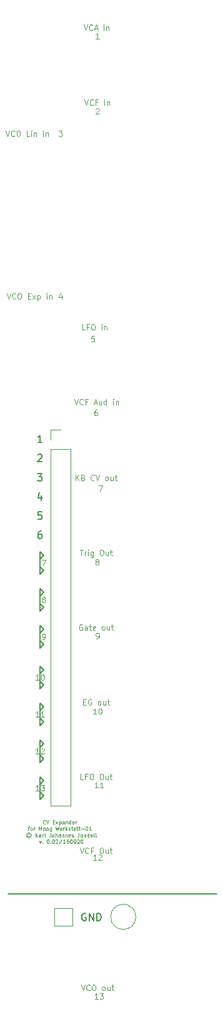
<source format=gbr>
%TF.GenerationSoftware,KiCad,Pcbnew,5.1.5+dfsg1-2build2*%
%TF.CreationDate,2020-09-17T10:38:08+02:00*%
%TF.ProjectId,cv_expander,63765f65-7870-4616-9e64-65722e6b6963,rev?*%
%TF.SameCoordinates,Original*%
%TF.FileFunction,Legend,Top*%
%TF.FilePolarity,Positive*%
%FSLAX46Y46*%
G04 Gerber Fmt 4.6, Leading zero omitted, Abs format (unit mm)*
G04 Created by KiCad (PCBNEW 5.1.5+dfsg1-2build2) date 2020-09-17 10:38:08*
%MOMM*%
%LPD*%
G04 APERTURE LIST*
%ADD10C,0.150000*%
%ADD11C,0.125000*%
%ADD12C,0.120000*%
G04 APERTURE END LIST*
D10*
X128700000Y-144300000D02*
X157000000Y-144300000D01*
D11*
X140857142Y-158539285D02*
X140428571Y-158539285D01*
X140642857Y-158539285D02*
X140642857Y-157789285D01*
X140571428Y-157896428D01*
X140500000Y-157967857D01*
X140428571Y-158003571D01*
X141107142Y-157789285D02*
X141571428Y-157789285D01*
X141321428Y-158075000D01*
X141428571Y-158075000D01*
X141500000Y-158110714D01*
X141535714Y-158146428D01*
X141571428Y-158217857D01*
X141571428Y-158396428D01*
X141535714Y-158467857D01*
X141500000Y-158503571D01*
X141428571Y-158539285D01*
X141214285Y-158539285D01*
X141142857Y-158503571D01*
X141107142Y-158467857D01*
X140657142Y-139739285D02*
X140228571Y-139739285D01*
X140442857Y-139739285D02*
X140442857Y-138989285D01*
X140371428Y-139096428D01*
X140300000Y-139167857D01*
X140228571Y-139203571D01*
X140942857Y-139060714D02*
X140978571Y-139025000D01*
X141050000Y-138989285D01*
X141228571Y-138989285D01*
X141300000Y-139025000D01*
X141335714Y-139060714D01*
X141371428Y-139132142D01*
X141371428Y-139203571D01*
X141335714Y-139310714D01*
X140907142Y-139739285D01*
X141371428Y-139739285D01*
X140857142Y-129939285D02*
X140428571Y-129939285D01*
X140642857Y-129939285D02*
X140642857Y-129189285D01*
X140571428Y-129296428D01*
X140500000Y-129367857D01*
X140428571Y-129403571D01*
X141571428Y-129939285D02*
X141142857Y-129939285D01*
X141357142Y-129939285D02*
X141357142Y-129189285D01*
X141285714Y-129296428D01*
X141214285Y-129367857D01*
X141142857Y-129403571D01*
X140657142Y-119939285D02*
X140228571Y-119939285D01*
X140442857Y-119939285D02*
X140442857Y-119189285D01*
X140371428Y-119296428D01*
X140300000Y-119367857D01*
X140228571Y-119403571D01*
X141121428Y-119189285D02*
X141192857Y-119189285D01*
X141264285Y-119225000D01*
X141300000Y-119260714D01*
X141335714Y-119332142D01*
X141371428Y-119475000D01*
X141371428Y-119653571D01*
X141335714Y-119796428D01*
X141300000Y-119867857D01*
X141264285Y-119903571D01*
X141192857Y-119939285D01*
X141121428Y-119939285D01*
X141050000Y-119903571D01*
X141014285Y-119867857D01*
X140978571Y-119796428D01*
X140942857Y-119653571D01*
X140942857Y-119475000D01*
X140978571Y-119332142D01*
X141014285Y-119260714D01*
X141050000Y-119225000D01*
X141121428Y-119189285D01*
X140657142Y-109739285D02*
X140800000Y-109739285D01*
X140871428Y-109703571D01*
X140907142Y-109667857D01*
X140978571Y-109560714D01*
X141014285Y-109417857D01*
X141014285Y-109132142D01*
X140978571Y-109060714D01*
X140942857Y-109025000D01*
X140871428Y-108989285D01*
X140728571Y-108989285D01*
X140657142Y-109025000D01*
X140621428Y-109060714D01*
X140585714Y-109132142D01*
X140585714Y-109310714D01*
X140621428Y-109382142D01*
X140657142Y-109417857D01*
X140728571Y-109453571D01*
X140871428Y-109453571D01*
X140942857Y-109417857D01*
X140978571Y-109382142D01*
X141014285Y-109310714D01*
X140678571Y-99310714D02*
X140607142Y-99275000D01*
X140571428Y-99239285D01*
X140535714Y-99167857D01*
X140535714Y-99132142D01*
X140571428Y-99060714D01*
X140607142Y-99025000D01*
X140678571Y-98989285D01*
X140821428Y-98989285D01*
X140892857Y-99025000D01*
X140928571Y-99060714D01*
X140964285Y-99132142D01*
X140964285Y-99167857D01*
X140928571Y-99239285D01*
X140892857Y-99275000D01*
X140821428Y-99310714D01*
X140678571Y-99310714D01*
X140607142Y-99346428D01*
X140571428Y-99382142D01*
X140535714Y-99453571D01*
X140535714Y-99596428D01*
X140571428Y-99667857D01*
X140607142Y-99703571D01*
X140678571Y-99739285D01*
X140821428Y-99739285D01*
X140892857Y-99703571D01*
X140928571Y-99667857D01*
X140964285Y-99596428D01*
X140964285Y-99453571D01*
X140928571Y-99382142D01*
X140892857Y-99346428D01*
X140821428Y-99310714D01*
X140950000Y-88989285D02*
X141450000Y-88989285D01*
X141128571Y-89739285D01*
X140742857Y-78789285D02*
X140600000Y-78789285D01*
X140528571Y-78825000D01*
X140492857Y-78860714D01*
X140421428Y-78967857D01*
X140385714Y-79110714D01*
X140385714Y-79396428D01*
X140421428Y-79467857D01*
X140457142Y-79503571D01*
X140528571Y-79539285D01*
X140671428Y-79539285D01*
X140742857Y-79503571D01*
X140778571Y-79467857D01*
X140814285Y-79396428D01*
X140814285Y-79217857D01*
X140778571Y-79146428D01*
X140742857Y-79110714D01*
X140671428Y-79075000D01*
X140528571Y-79075000D01*
X140457142Y-79110714D01*
X140421428Y-79146428D01*
X140385714Y-79217857D01*
X140378571Y-68789285D02*
X140021428Y-68789285D01*
X139985714Y-69146428D01*
X140021428Y-69110714D01*
X140092857Y-69075000D01*
X140271428Y-69075000D01*
X140342857Y-69110714D01*
X140378571Y-69146428D01*
X140414285Y-69217857D01*
X140414285Y-69396428D01*
X140378571Y-69467857D01*
X140342857Y-69503571D01*
X140271428Y-69539285D01*
X140092857Y-69539285D01*
X140021428Y-69503571D01*
X139985714Y-69467857D01*
X135942857Y-63239285D02*
X135942857Y-63739285D01*
X135764285Y-62953571D02*
X135585714Y-63489285D01*
X136050000Y-63489285D01*
X135550000Y-40989285D02*
X136014285Y-40989285D01*
X135764285Y-41275000D01*
X135871428Y-41275000D01*
X135942857Y-41310714D01*
X135978571Y-41346428D01*
X136014285Y-41417857D01*
X136014285Y-41596428D01*
X135978571Y-41667857D01*
X135942857Y-41703571D01*
X135871428Y-41739285D01*
X135657142Y-41739285D01*
X135585714Y-41703571D01*
X135550000Y-41667857D01*
X140585714Y-38060714D02*
X140621428Y-38025000D01*
X140692857Y-37989285D01*
X140871428Y-37989285D01*
X140942857Y-38025000D01*
X140978571Y-38060714D01*
X141014285Y-38132142D01*
X141014285Y-38203571D01*
X140978571Y-38310714D01*
X140550000Y-38739285D01*
X141014285Y-38739285D01*
X141014285Y-28539285D02*
X140585714Y-28539285D01*
X140800000Y-28539285D02*
X140800000Y-27789285D01*
X140728571Y-27896428D01*
X140657142Y-27967857D01*
X140585714Y-28003571D01*
X132857142Y-130339285D02*
X132428571Y-130339285D01*
X132642857Y-130339285D02*
X132642857Y-129589285D01*
X132571428Y-129696428D01*
X132500000Y-129767857D01*
X132428571Y-129803571D01*
X133107142Y-129589285D02*
X133571428Y-129589285D01*
X133321428Y-129875000D01*
X133428571Y-129875000D01*
X133500000Y-129910714D01*
X133535714Y-129946428D01*
X133571428Y-130017857D01*
X133571428Y-130196428D01*
X133535714Y-130267857D01*
X133500000Y-130303571D01*
X133428571Y-130339285D01*
X133214285Y-130339285D01*
X133142857Y-130303571D01*
X133107142Y-130267857D01*
X132857142Y-125339285D02*
X132428571Y-125339285D01*
X132642857Y-125339285D02*
X132642857Y-124589285D01*
X132571428Y-124696428D01*
X132500000Y-124767857D01*
X132428571Y-124803571D01*
X133142857Y-124660714D02*
X133178571Y-124625000D01*
X133250000Y-124589285D01*
X133428571Y-124589285D01*
X133500000Y-124625000D01*
X133535714Y-124660714D01*
X133571428Y-124732142D01*
X133571428Y-124803571D01*
X133535714Y-124910714D01*
X133107142Y-125339285D01*
X133571428Y-125339285D01*
X132857142Y-120339285D02*
X132428571Y-120339285D01*
X132642857Y-120339285D02*
X132642857Y-119589285D01*
X132571428Y-119696428D01*
X132500000Y-119767857D01*
X132428571Y-119803571D01*
X133571428Y-120339285D02*
X133142857Y-120339285D01*
X133357142Y-120339285D02*
X133357142Y-119589285D01*
X133285714Y-119696428D01*
X133214285Y-119767857D01*
X133142857Y-119803571D01*
X132857142Y-115339285D02*
X132428571Y-115339285D01*
X132642857Y-115339285D02*
X132642857Y-114589285D01*
X132571428Y-114696428D01*
X132500000Y-114767857D01*
X132428571Y-114803571D01*
X133321428Y-114589285D02*
X133392857Y-114589285D01*
X133464285Y-114625000D01*
X133500000Y-114660714D01*
X133535714Y-114732142D01*
X133571428Y-114875000D01*
X133571428Y-115053571D01*
X133535714Y-115196428D01*
X133500000Y-115267857D01*
X133464285Y-115303571D01*
X133392857Y-115339285D01*
X133321428Y-115339285D01*
X133250000Y-115303571D01*
X133214285Y-115267857D01*
X133178571Y-115196428D01*
X133142857Y-115053571D01*
X133142857Y-114875000D01*
X133178571Y-114732142D01*
X133214285Y-114660714D01*
X133250000Y-114625000D01*
X133321428Y-114589285D01*
X133357142Y-109839285D02*
X133500000Y-109839285D01*
X133571428Y-109803571D01*
X133607142Y-109767857D01*
X133678571Y-109660714D01*
X133714285Y-109517857D01*
X133714285Y-109232142D01*
X133678571Y-109160714D01*
X133642857Y-109125000D01*
X133571428Y-109089285D01*
X133428571Y-109089285D01*
X133357142Y-109125000D01*
X133321428Y-109160714D01*
X133285714Y-109232142D01*
X133285714Y-109410714D01*
X133321428Y-109482142D01*
X133357142Y-109517857D01*
X133428571Y-109553571D01*
X133571428Y-109553571D01*
X133642857Y-109517857D01*
X133678571Y-109482142D01*
X133714285Y-109410714D01*
X133428571Y-104410714D02*
X133357142Y-104375000D01*
X133321428Y-104339285D01*
X133285714Y-104267857D01*
X133285714Y-104232142D01*
X133321428Y-104160714D01*
X133357142Y-104125000D01*
X133428571Y-104089285D01*
X133571428Y-104089285D01*
X133642857Y-104125000D01*
X133678571Y-104160714D01*
X133714285Y-104232142D01*
X133714285Y-104267857D01*
X133678571Y-104339285D01*
X133642857Y-104375000D01*
X133571428Y-104410714D01*
X133428571Y-104410714D01*
X133357142Y-104446428D01*
X133321428Y-104482142D01*
X133285714Y-104553571D01*
X133285714Y-104696428D01*
X133321428Y-104767857D01*
X133357142Y-104803571D01*
X133428571Y-104839285D01*
X133571428Y-104839285D01*
X133642857Y-104803571D01*
X133678571Y-104767857D01*
X133714285Y-104696428D01*
X133714285Y-104553571D01*
X133678571Y-104482142D01*
X133642857Y-104446428D01*
X133571428Y-104410714D01*
X133250000Y-99089285D02*
X133750000Y-99089285D01*
X133428571Y-99839285D01*
D10*
X133190476Y-95202380D02*
X133000000Y-95202380D01*
X132904761Y-95250000D01*
X132857142Y-95297619D01*
X132761904Y-95440476D01*
X132714285Y-95630952D01*
X132714285Y-96011904D01*
X132761904Y-96107142D01*
X132809523Y-96154761D01*
X132904761Y-96202380D01*
X133095238Y-96202380D01*
X133190476Y-96154761D01*
X133238095Y-96107142D01*
X133285714Y-96011904D01*
X133285714Y-95773809D01*
X133238095Y-95678571D01*
X133190476Y-95630952D01*
X133095238Y-95583333D01*
X132904761Y-95583333D01*
X132809523Y-95630952D01*
X132761904Y-95678571D01*
X132714285Y-95773809D01*
X133238095Y-92602380D02*
X132761904Y-92602380D01*
X132714285Y-93078571D01*
X132761904Y-93030952D01*
X132857142Y-92983333D01*
X133095238Y-92983333D01*
X133190476Y-93030952D01*
X133238095Y-93078571D01*
X133285714Y-93173809D01*
X133285714Y-93411904D01*
X133238095Y-93507142D01*
X133190476Y-93554761D01*
X133095238Y-93602380D01*
X132857142Y-93602380D01*
X132761904Y-93554761D01*
X132714285Y-93507142D01*
X133190476Y-90335714D02*
X133190476Y-91002380D01*
X132952380Y-89954761D02*
X132714285Y-90669047D01*
X133333333Y-90669047D01*
X132666666Y-87402380D02*
X133285714Y-87402380D01*
X132952380Y-87783333D01*
X133095238Y-87783333D01*
X133190476Y-87830952D01*
X133238095Y-87878571D01*
X133285714Y-87973809D01*
X133285714Y-88211904D01*
X133238095Y-88307142D01*
X133190476Y-88354761D01*
X133095238Y-88402380D01*
X132809523Y-88402380D01*
X132714285Y-88354761D01*
X132666666Y-88307142D01*
X132714285Y-84897619D02*
X132761904Y-84850000D01*
X132857142Y-84802380D01*
X133095238Y-84802380D01*
X133190476Y-84850000D01*
X133238095Y-84897619D01*
X133285714Y-84992857D01*
X133285714Y-85088095D01*
X133238095Y-85230952D01*
X132666666Y-85802380D01*
X133285714Y-85802380D01*
X133285714Y-83202380D02*
X132714285Y-83202380D01*
X133000000Y-83202380D02*
X133000000Y-82202380D01*
X132904761Y-82345238D01*
X132809523Y-82440476D01*
X132714285Y-82488095D01*
X133000000Y-99000000D02*
X133500000Y-98500000D01*
X133000000Y-100000000D02*
X133500000Y-100500000D01*
X133000000Y-101000000D02*
X133500000Y-100500000D01*
X133000000Y-101000000D02*
X133000000Y-98000000D01*
X133000000Y-98000000D02*
X133500000Y-98500000D01*
X133000000Y-104000000D02*
X133500000Y-103500000D01*
X133000000Y-105000000D02*
X133500000Y-105500000D01*
X133000000Y-106000000D02*
X133500000Y-105500000D01*
X133000000Y-106000000D02*
X133000000Y-103000000D01*
X133000000Y-103000000D02*
X133500000Y-103500000D01*
X133000000Y-109000000D02*
X133500000Y-108500000D01*
X133000000Y-110000000D02*
X133500000Y-110500000D01*
X133000000Y-111000000D02*
X133500000Y-110500000D01*
X133000000Y-111000000D02*
X133000000Y-108000000D01*
X133000000Y-108000000D02*
X133500000Y-108500000D01*
X133000000Y-114500000D02*
X133500000Y-114000000D01*
X133000000Y-115500000D02*
X133500000Y-116000000D01*
X133000000Y-116500000D02*
X133500000Y-116000000D01*
X133000000Y-116500000D02*
X133000000Y-113500000D01*
X133000000Y-113500000D02*
X133500000Y-114000000D01*
X133000000Y-119500000D02*
X133500000Y-119000000D01*
X133000000Y-120500000D02*
X133500000Y-121000000D01*
X133000000Y-121500000D02*
X133500000Y-121000000D01*
X133000000Y-121500000D02*
X133000000Y-118500000D01*
X133000000Y-118500000D02*
X133500000Y-119000000D01*
X133000000Y-124500000D02*
X133500000Y-124000000D01*
X133000000Y-125500000D02*
X133500000Y-126000000D01*
X133000000Y-126500000D02*
X133500000Y-126000000D01*
X133000000Y-126500000D02*
X133000000Y-123500000D01*
X133000000Y-123500000D02*
X133500000Y-124000000D01*
X133000000Y-130500000D02*
X133500000Y-131000000D01*
X133000000Y-131500000D02*
X133500000Y-131000000D01*
X133000000Y-129500000D02*
X133500000Y-129000000D01*
X133000000Y-128500000D02*
X133500000Y-129000000D01*
X133000000Y-131500000D02*
X133000000Y-128500000D01*
D11*
X133732142Y-134766071D02*
X133708333Y-134789880D01*
X133636904Y-134813690D01*
X133589285Y-134813690D01*
X133517857Y-134789880D01*
X133470238Y-134742261D01*
X133446428Y-134694642D01*
X133422619Y-134599404D01*
X133422619Y-134527976D01*
X133446428Y-134432738D01*
X133470238Y-134385119D01*
X133517857Y-134337500D01*
X133589285Y-134313690D01*
X133636904Y-134313690D01*
X133708333Y-134337500D01*
X133732142Y-134361309D01*
X133875000Y-134313690D02*
X134041666Y-134813690D01*
X134208333Y-134313690D01*
X134755952Y-134551785D02*
X134922619Y-134551785D01*
X134994047Y-134813690D02*
X134755952Y-134813690D01*
X134755952Y-134313690D01*
X134994047Y-134313690D01*
X135160714Y-134813690D02*
X135422619Y-134480357D01*
X135160714Y-134480357D02*
X135422619Y-134813690D01*
X135613095Y-134480357D02*
X135613095Y-134980357D01*
X135613095Y-134504166D02*
X135660714Y-134480357D01*
X135755952Y-134480357D01*
X135803571Y-134504166D01*
X135827380Y-134527976D01*
X135851190Y-134575595D01*
X135851190Y-134718452D01*
X135827380Y-134766071D01*
X135803571Y-134789880D01*
X135755952Y-134813690D01*
X135660714Y-134813690D01*
X135613095Y-134789880D01*
X136279761Y-134813690D02*
X136279761Y-134551785D01*
X136255952Y-134504166D01*
X136208333Y-134480357D01*
X136113095Y-134480357D01*
X136065476Y-134504166D01*
X136279761Y-134789880D02*
X136232142Y-134813690D01*
X136113095Y-134813690D01*
X136065476Y-134789880D01*
X136041666Y-134742261D01*
X136041666Y-134694642D01*
X136065476Y-134647023D01*
X136113095Y-134623214D01*
X136232142Y-134623214D01*
X136279761Y-134599404D01*
X136517857Y-134480357D02*
X136517857Y-134813690D01*
X136517857Y-134527976D02*
X136541666Y-134504166D01*
X136589285Y-134480357D01*
X136660714Y-134480357D01*
X136708333Y-134504166D01*
X136732142Y-134551785D01*
X136732142Y-134813690D01*
X137184523Y-134813690D02*
X137184523Y-134313690D01*
X137184523Y-134789880D02*
X137136904Y-134813690D01*
X137041666Y-134813690D01*
X136994047Y-134789880D01*
X136970238Y-134766071D01*
X136946428Y-134718452D01*
X136946428Y-134575595D01*
X136970238Y-134527976D01*
X136994047Y-134504166D01*
X137041666Y-134480357D01*
X137136904Y-134480357D01*
X137184523Y-134504166D01*
X137613095Y-134789880D02*
X137565476Y-134813690D01*
X137470238Y-134813690D01*
X137422619Y-134789880D01*
X137398809Y-134742261D01*
X137398809Y-134551785D01*
X137422619Y-134504166D01*
X137470238Y-134480357D01*
X137565476Y-134480357D01*
X137613095Y-134504166D01*
X137636904Y-134551785D01*
X137636904Y-134599404D01*
X137398809Y-134647023D01*
X137851190Y-134813690D02*
X137851190Y-134480357D01*
X137851190Y-134575595D02*
X137875000Y-134527976D01*
X137898809Y-134504166D01*
X137946428Y-134480357D01*
X137994047Y-134480357D01*
X131363095Y-135355357D02*
X131553571Y-135355357D01*
X131434523Y-135688690D02*
X131434523Y-135260119D01*
X131458333Y-135212500D01*
X131505952Y-135188690D01*
X131553571Y-135188690D01*
X131791666Y-135688690D02*
X131744047Y-135664880D01*
X131720238Y-135641071D01*
X131696428Y-135593452D01*
X131696428Y-135450595D01*
X131720238Y-135402976D01*
X131744047Y-135379166D01*
X131791666Y-135355357D01*
X131863095Y-135355357D01*
X131910714Y-135379166D01*
X131934523Y-135402976D01*
X131958333Y-135450595D01*
X131958333Y-135593452D01*
X131934523Y-135641071D01*
X131910714Y-135664880D01*
X131863095Y-135688690D01*
X131791666Y-135688690D01*
X132172619Y-135688690D02*
X132172619Y-135355357D01*
X132172619Y-135450595D02*
X132196428Y-135402976D01*
X132220238Y-135379166D01*
X132267857Y-135355357D01*
X132315476Y-135355357D01*
X132863095Y-135688690D02*
X132863095Y-135188690D01*
X133029761Y-135545833D01*
X133196428Y-135188690D01*
X133196428Y-135688690D01*
X133505952Y-135688690D02*
X133458333Y-135664880D01*
X133434523Y-135641071D01*
X133410714Y-135593452D01*
X133410714Y-135450595D01*
X133434523Y-135402976D01*
X133458333Y-135379166D01*
X133505952Y-135355357D01*
X133577380Y-135355357D01*
X133625000Y-135379166D01*
X133648809Y-135402976D01*
X133672619Y-135450595D01*
X133672619Y-135593452D01*
X133648809Y-135641071D01*
X133625000Y-135664880D01*
X133577380Y-135688690D01*
X133505952Y-135688690D01*
X133958333Y-135688690D02*
X133910714Y-135664880D01*
X133886904Y-135641071D01*
X133863095Y-135593452D01*
X133863095Y-135450595D01*
X133886904Y-135402976D01*
X133910714Y-135379166D01*
X133958333Y-135355357D01*
X134029761Y-135355357D01*
X134077380Y-135379166D01*
X134101190Y-135402976D01*
X134125000Y-135450595D01*
X134125000Y-135593452D01*
X134101190Y-135641071D01*
X134077380Y-135664880D01*
X134029761Y-135688690D01*
X133958333Y-135688690D01*
X134553571Y-135355357D02*
X134553571Y-135760119D01*
X134529761Y-135807738D01*
X134505952Y-135831547D01*
X134458333Y-135855357D01*
X134386904Y-135855357D01*
X134339285Y-135831547D01*
X134553571Y-135664880D02*
X134505952Y-135688690D01*
X134410714Y-135688690D01*
X134363095Y-135664880D01*
X134339285Y-135641071D01*
X134315476Y-135593452D01*
X134315476Y-135450595D01*
X134339285Y-135402976D01*
X134363095Y-135379166D01*
X134410714Y-135355357D01*
X134505952Y-135355357D01*
X134553571Y-135379166D01*
X135125000Y-135188690D02*
X135244047Y-135688690D01*
X135339285Y-135331547D01*
X135434523Y-135688690D01*
X135553571Y-135188690D01*
X135934523Y-135664880D02*
X135886904Y-135688690D01*
X135791666Y-135688690D01*
X135744047Y-135664880D01*
X135720238Y-135617261D01*
X135720238Y-135426785D01*
X135744047Y-135379166D01*
X135791666Y-135355357D01*
X135886904Y-135355357D01*
X135934523Y-135379166D01*
X135958333Y-135426785D01*
X135958333Y-135474404D01*
X135720238Y-135522023D01*
X136172619Y-135688690D02*
X136172619Y-135355357D01*
X136172619Y-135450595D02*
X136196428Y-135402976D01*
X136220238Y-135379166D01*
X136267857Y-135355357D01*
X136315476Y-135355357D01*
X136482142Y-135688690D02*
X136482142Y-135188690D01*
X136529761Y-135498214D02*
X136672619Y-135688690D01*
X136672619Y-135355357D02*
X136482142Y-135545833D01*
X136863095Y-135664880D02*
X136910714Y-135688690D01*
X137005952Y-135688690D01*
X137053571Y-135664880D01*
X137077380Y-135617261D01*
X137077380Y-135593452D01*
X137053571Y-135545833D01*
X137005952Y-135522023D01*
X136934523Y-135522023D01*
X136886904Y-135498214D01*
X136863095Y-135450595D01*
X136863095Y-135426785D01*
X136886904Y-135379166D01*
X136934523Y-135355357D01*
X137005952Y-135355357D01*
X137053571Y-135379166D01*
X137220238Y-135355357D02*
X137410714Y-135355357D01*
X137291666Y-135188690D02*
X137291666Y-135617261D01*
X137315476Y-135664880D01*
X137363095Y-135688690D01*
X137410714Y-135688690D01*
X137791666Y-135688690D02*
X137791666Y-135426785D01*
X137767857Y-135379166D01*
X137720238Y-135355357D01*
X137625000Y-135355357D01*
X137577380Y-135379166D01*
X137791666Y-135664880D02*
X137744047Y-135688690D01*
X137625000Y-135688690D01*
X137577380Y-135664880D01*
X137553571Y-135617261D01*
X137553571Y-135569642D01*
X137577380Y-135522023D01*
X137625000Y-135498214D01*
X137744047Y-135498214D01*
X137791666Y-135474404D01*
X137958333Y-135355357D02*
X138148809Y-135355357D01*
X138029761Y-135188690D02*
X138029761Y-135617261D01*
X138053571Y-135664880D01*
X138101190Y-135688690D01*
X138148809Y-135688690D01*
X138244047Y-135355357D02*
X138434523Y-135355357D01*
X138315476Y-135188690D02*
X138315476Y-135617261D01*
X138339285Y-135664880D01*
X138386904Y-135688690D01*
X138434523Y-135688690D01*
X138601190Y-135498214D02*
X138982142Y-135498214D01*
X139315476Y-135188690D02*
X139363095Y-135188690D01*
X139410714Y-135212500D01*
X139434523Y-135236309D01*
X139458333Y-135283928D01*
X139482142Y-135379166D01*
X139482142Y-135498214D01*
X139458333Y-135593452D01*
X139434523Y-135641071D01*
X139410714Y-135664880D01*
X139363095Y-135688690D01*
X139315476Y-135688690D01*
X139267857Y-135664880D01*
X139244047Y-135641071D01*
X139220238Y-135593452D01*
X139196428Y-135498214D01*
X139196428Y-135379166D01*
X139220238Y-135283928D01*
X139244047Y-135236309D01*
X139267857Y-135212500D01*
X139315476Y-135188690D01*
X139958333Y-135688690D02*
X139672619Y-135688690D01*
X139815476Y-135688690D02*
X139815476Y-135188690D01*
X139767857Y-135260119D01*
X139720238Y-135307738D01*
X139672619Y-135331547D01*
X131553571Y-136182738D02*
X131505952Y-136158928D01*
X131410714Y-136158928D01*
X131363095Y-136182738D01*
X131315476Y-136230357D01*
X131291666Y-136277976D01*
X131291666Y-136373214D01*
X131315476Y-136420833D01*
X131363095Y-136468452D01*
X131410714Y-136492261D01*
X131505952Y-136492261D01*
X131553571Y-136468452D01*
X131458333Y-135992261D02*
X131339285Y-136016071D01*
X131220238Y-136087500D01*
X131148809Y-136206547D01*
X131125000Y-136325595D01*
X131148809Y-136444642D01*
X131220238Y-136563690D01*
X131339285Y-136635119D01*
X131458333Y-136658928D01*
X131577380Y-136635119D01*
X131696428Y-136563690D01*
X131767857Y-136444642D01*
X131791666Y-136325595D01*
X131767857Y-136206547D01*
X131696428Y-136087500D01*
X131577380Y-136016071D01*
X131458333Y-135992261D01*
X132386904Y-136563690D02*
X132386904Y-136063690D01*
X132672619Y-136563690D02*
X132458333Y-136277976D01*
X132672619Y-136063690D02*
X132386904Y-136349404D01*
X133101190Y-136563690D02*
X133101190Y-136301785D01*
X133077380Y-136254166D01*
X133029761Y-136230357D01*
X132934523Y-136230357D01*
X132886904Y-136254166D01*
X133101190Y-136539880D02*
X133053571Y-136563690D01*
X132934523Y-136563690D01*
X132886904Y-136539880D01*
X132863095Y-136492261D01*
X132863095Y-136444642D01*
X132886904Y-136397023D01*
X132934523Y-136373214D01*
X133053571Y-136373214D01*
X133101190Y-136349404D01*
X133339285Y-136563690D02*
X133339285Y-136230357D01*
X133339285Y-136325595D02*
X133363095Y-136277976D01*
X133386904Y-136254166D01*
X133434523Y-136230357D01*
X133482142Y-136230357D01*
X133720238Y-136563690D02*
X133672619Y-136539880D01*
X133648809Y-136492261D01*
X133648809Y-136063690D01*
X134434523Y-136063690D02*
X134434523Y-136420833D01*
X134410714Y-136492261D01*
X134363095Y-136539880D01*
X134291666Y-136563690D01*
X134244047Y-136563690D01*
X134744047Y-136563690D02*
X134696428Y-136539880D01*
X134672619Y-136516071D01*
X134648809Y-136468452D01*
X134648809Y-136325595D01*
X134672619Y-136277976D01*
X134696428Y-136254166D01*
X134744047Y-136230357D01*
X134815476Y-136230357D01*
X134863095Y-136254166D01*
X134886904Y-136277976D01*
X134910714Y-136325595D01*
X134910714Y-136468452D01*
X134886904Y-136516071D01*
X134863095Y-136539880D01*
X134815476Y-136563690D01*
X134744047Y-136563690D01*
X135125000Y-136563690D02*
X135125000Y-136063690D01*
X135339285Y-136563690D02*
X135339285Y-136301785D01*
X135315476Y-136254166D01*
X135267857Y-136230357D01*
X135196428Y-136230357D01*
X135148809Y-136254166D01*
X135125000Y-136277976D01*
X135791666Y-136563690D02*
X135791666Y-136301785D01*
X135767857Y-136254166D01*
X135720238Y-136230357D01*
X135625000Y-136230357D01*
X135577380Y-136254166D01*
X135791666Y-136539880D02*
X135744047Y-136563690D01*
X135625000Y-136563690D01*
X135577380Y-136539880D01*
X135553571Y-136492261D01*
X135553571Y-136444642D01*
X135577380Y-136397023D01*
X135625000Y-136373214D01*
X135744047Y-136373214D01*
X135791666Y-136349404D01*
X136029761Y-136230357D02*
X136029761Y-136563690D01*
X136029761Y-136277976D02*
X136053571Y-136254166D01*
X136101190Y-136230357D01*
X136172619Y-136230357D01*
X136220238Y-136254166D01*
X136244047Y-136301785D01*
X136244047Y-136563690D01*
X136482142Y-136230357D02*
X136482142Y-136563690D01*
X136482142Y-136277976D02*
X136505952Y-136254166D01*
X136553571Y-136230357D01*
X136625000Y-136230357D01*
X136672619Y-136254166D01*
X136696428Y-136301785D01*
X136696428Y-136563690D01*
X137125000Y-136539880D02*
X137077380Y-136563690D01*
X136982142Y-136563690D01*
X136934523Y-136539880D01*
X136910714Y-136492261D01*
X136910714Y-136301785D01*
X136934523Y-136254166D01*
X136982142Y-136230357D01*
X137077380Y-136230357D01*
X137125000Y-136254166D01*
X137148809Y-136301785D01*
X137148809Y-136349404D01*
X136910714Y-136397023D01*
X137339285Y-136539880D02*
X137386904Y-136563690D01*
X137482142Y-136563690D01*
X137529761Y-136539880D01*
X137553571Y-136492261D01*
X137553571Y-136468452D01*
X137529761Y-136420833D01*
X137482142Y-136397023D01*
X137410714Y-136397023D01*
X137363095Y-136373214D01*
X137339285Y-136325595D01*
X137339285Y-136301785D01*
X137363095Y-136254166D01*
X137410714Y-136230357D01*
X137482142Y-136230357D01*
X137529761Y-136254166D01*
X138291666Y-136063690D02*
X138291666Y-136420833D01*
X138267857Y-136492261D01*
X138220238Y-136539880D01*
X138148809Y-136563690D01*
X138101190Y-136563690D01*
X138601190Y-136563690D02*
X138553571Y-136539880D01*
X138529761Y-136516071D01*
X138505952Y-136468452D01*
X138505952Y-136325595D01*
X138529761Y-136277976D01*
X138553571Y-136254166D01*
X138601190Y-136230357D01*
X138672619Y-136230357D01*
X138720238Y-136254166D01*
X138744047Y-136277976D01*
X138767857Y-136325595D01*
X138767857Y-136468452D01*
X138744047Y-136516071D01*
X138720238Y-136539880D01*
X138672619Y-136563690D01*
X138601190Y-136563690D01*
X138982142Y-136230357D02*
X138982142Y-136563690D01*
X138982142Y-136277976D02*
X139005952Y-136254166D01*
X139053571Y-136230357D01*
X139125000Y-136230357D01*
X139172619Y-136254166D01*
X139196428Y-136301785D01*
X139196428Y-136563690D01*
X139648809Y-136563690D02*
X139648809Y-136063690D01*
X139648809Y-136539880D02*
X139601190Y-136563690D01*
X139505952Y-136563690D01*
X139458333Y-136539880D01*
X139434523Y-136516071D01*
X139410714Y-136468452D01*
X139410714Y-136325595D01*
X139434523Y-136277976D01*
X139458333Y-136254166D01*
X139505952Y-136230357D01*
X139601190Y-136230357D01*
X139648809Y-136254166D01*
X140077380Y-136539880D02*
X140029761Y-136563690D01*
X139934523Y-136563690D01*
X139886904Y-136539880D01*
X139863095Y-136492261D01*
X139863095Y-136301785D01*
X139886904Y-136254166D01*
X139934523Y-136230357D01*
X140029761Y-136230357D01*
X140077380Y-136254166D01*
X140101190Y-136301785D01*
X140101190Y-136349404D01*
X139863095Y-136397023D01*
X140386904Y-136563690D02*
X140339285Y-136539880D01*
X140315476Y-136492261D01*
X140315476Y-136063690D01*
X140648809Y-136563690D02*
X140601190Y-136539880D01*
X140577380Y-136492261D01*
X140577380Y-136063690D01*
X132922619Y-137105357D02*
X133041666Y-137438690D01*
X133160714Y-137105357D01*
X133351190Y-137391071D02*
X133375000Y-137414880D01*
X133351190Y-137438690D01*
X133327380Y-137414880D01*
X133351190Y-137391071D01*
X133351190Y-137438690D01*
X134065476Y-136938690D02*
X134113095Y-136938690D01*
X134160714Y-136962500D01*
X134184523Y-136986309D01*
X134208333Y-137033928D01*
X134232142Y-137129166D01*
X134232142Y-137248214D01*
X134208333Y-137343452D01*
X134184523Y-137391071D01*
X134160714Y-137414880D01*
X134113095Y-137438690D01*
X134065476Y-137438690D01*
X134017857Y-137414880D01*
X133994047Y-137391071D01*
X133970238Y-137343452D01*
X133946428Y-137248214D01*
X133946428Y-137129166D01*
X133970238Y-137033928D01*
X133994047Y-136986309D01*
X134017857Y-136962500D01*
X134065476Y-136938690D01*
X134446428Y-137391071D02*
X134470238Y-137414880D01*
X134446428Y-137438690D01*
X134422619Y-137414880D01*
X134446428Y-137391071D01*
X134446428Y-137438690D01*
X134779761Y-136938690D02*
X134827380Y-136938690D01*
X134875000Y-136962500D01*
X134898809Y-136986309D01*
X134922619Y-137033928D01*
X134946428Y-137129166D01*
X134946428Y-137248214D01*
X134922619Y-137343452D01*
X134898809Y-137391071D01*
X134875000Y-137414880D01*
X134827380Y-137438690D01*
X134779761Y-137438690D01*
X134732142Y-137414880D01*
X134708333Y-137391071D01*
X134684523Y-137343452D01*
X134660714Y-137248214D01*
X134660714Y-137129166D01*
X134684523Y-137033928D01*
X134708333Y-136986309D01*
X134732142Y-136962500D01*
X134779761Y-136938690D01*
X135136904Y-136986309D02*
X135160714Y-136962500D01*
X135208333Y-136938690D01*
X135327380Y-136938690D01*
X135375000Y-136962500D01*
X135398809Y-136986309D01*
X135422619Y-137033928D01*
X135422619Y-137081547D01*
X135398809Y-137152976D01*
X135113095Y-137438690D01*
X135422619Y-137438690D01*
X135994047Y-136914880D02*
X135565476Y-137557738D01*
X136422619Y-137438690D02*
X136136904Y-137438690D01*
X136279761Y-137438690D02*
X136279761Y-136938690D01*
X136232142Y-137010119D01*
X136184523Y-137057738D01*
X136136904Y-137081547D01*
X136851190Y-136938690D02*
X136755952Y-136938690D01*
X136708333Y-136962500D01*
X136684523Y-136986309D01*
X136636904Y-137057738D01*
X136613095Y-137152976D01*
X136613095Y-137343452D01*
X136636904Y-137391071D01*
X136660714Y-137414880D01*
X136708333Y-137438690D01*
X136803571Y-137438690D01*
X136851190Y-137414880D01*
X136875000Y-137391071D01*
X136898809Y-137343452D01*
X136898809Y-137224404D01*
X136875000Y-137176785D01*
X136851190Y-137152976D01*
X136803571Y-137129166D01*
X136708333Y-137129166D01*
X136660714Y-137152976D01*
X136636904Y-137176785D01*
X136613095Y-137224404D01*
X137208333Y-136938690D02*
X137255952Y-136938690D01*
X137303571Y-136962500D01*
X137327380Y-136986309D01*
X137351190Y-137033928D01*
X137375000Y-137129166D01*
X137375000Y-137248214D01*
X137351190Y-137343452D01*
X137327380Y-137391071D01*
X137303571Y-137414880D01*
X137255952Y-137438690D01*
X137208333Y-137438690D01*
X137160714Y-137414880D01*
X137136904Y-137391071D01*
X137113095Y-137343452D01*
X137089285Y-137248214D01*
X137089285Y-137129166D01*
X137113095Y-137033928D01*
X137136904Y-136986309D01*
X137160714Y-136962500D01*
X137208333Y-136938690D01*
X137613095Y-137438690D02*
X137708333Y-137438690D01*
X137755952Y-137414880D01*
X137779761Y-137391071D01*
X137827380Y-137319642D01*
X137851190Y-137224404D01*
X137851190Y-137033928D01*
X137827380Y-136986309D01*
X137803571Y-136962500D01*
X137755952Y-136938690D01*
X137660714Y-136938690D01*
X137613095Y-136962500D01*
X137589285Y-136986309D01*
X137565476Y-137033928D01*
X137565476Y-137152976D01*
X137589285Y-137200595D01*
X137613095Y-137224404D01*
X137660714Y-137248214D01*
X137755952Y-137248214D01*
X137803571Y-137224404D01*
X137827380Y-137200595D01*
X137851190Y-137152976D01*
X138041666Y-136986309D02*
X138065476Y-136962500D01*
X138113095Y-136938690D01*
X138232142Y-136938690D01*
X138279761Y-136962500D01*
X138303571Y-136986309D01*
X138327380Y-137033928D01*
X138327380Y-137081547D01*
X138303571Y-137152976D01*
X138017857Y-137438690D01*
X138327380Y-137438690D01*
X138636904Y-136938690D02*
X138684523Y-136938690D01*
X138732142Y-136962500D01*
X138755952Y-136986309D01*
X138779761Y-137033928D01*
X138803571Y-137129166D01*
X138803571Y-137248214D01*
X138779761Y-137343452D01*
X138755952Y-137391071D01*
X138732142Y-137414880D01*
X138684523Y-137438690D01*
X138636904Y-137438690D01*
X138589285Y-137414880D01*
X138565476Y-137391071D01*
X138541666Y-137343452D01*
X138517857Y-137248214D01*
X138517857Y-137129166D01*
X138541666Y-137033928D01*
X138565476Y-136986309D01*
X138589285Y-136962500D01*
X138636904Y-136938690D01*
D12*
%TO.C,J1*%
X134482000Y-81474000D02*
X135812000Y-81474000D01*
X134482000Y-82804000D02*
X134482000Y-81474000D01*
X134482000Y-84074000D02*
X137142000Y-84074000D01*
X137142000Y-84074000D02*
X137142000Y-132394000D01*
X134482000Y-84074000D02*
X134482000Y-132394000D01*
X134482000Y-132394000D02*
X137142000Y-132394000D01*
%TO.C,TP2*%
X135000000Y-148600000D02*
X135000000Y-146200000D01*
X137400000Y-148600000D02*
X135000000Y-148600000D01*
X137400000Y-146200000D02*
X137400000Y-148600000D01*
X135000000Y-146200000D02*
X137400000Y-146200000D01*
%TO.C,GND*%
X146000000Y-147400000D02*
G75*
G03X146000000Y-147400000I-1700000J0D01*
G01*
%TO.C,J14*%
X138603571Y-156589285D02*
X138853571Y-157339285D01*
X139103571Y-156589285D01*
X139782142Y-157267857D02*
X139746428Y-157303571D01*
X139639285Y-157339285D01*
X139567857Y-157339285D01*
X139460714Y-157303571D01*
X139389285Y-157232142D01*
X139353571Y-157160714D01*
X139317857Y-157017857D01*
X139317857Y-156910714D01*
X139353571Y-156767857D01*
X139389285Y-156696428D01*
X139460714Y-156625000D01*
X139567857Y-156589285D01*
X139639285Y-156589285D01*
X139746428Y-156625000D01*
X139782142Y-156660714D01*
X140246428Y-156589285D02*
X140389285Y-156589285D01*
X140460714Y-156625000D01*
X140532142Y-156696428D01*
X140567857Y-156839285D01*
X140567857Y-157089285D01*
X140532142Y-157232142D01*
X140460714Y-157303571D01*
X140389285Y-157339285D01*
X140246428Y-157339285D01*
X140175000Y-157303571D01*
X140103571Y-157232142D01*
X140067857Y-157089285D01*
X140067857Y-156839285D01*
X140103571Y-156696428D01*
X140175000Y-156625000D01*
X140246428Y-156589285D01*
X141567857Y-157339285D02*
X141496428Y-157303571D01*
X141460714Y-157267857D01*
X141425000Y-157196428D01*
X141425000Y-156982142D01*
X141460714Y-156910714D01*
X141496428Y-156875000D01*
X141567857Y-156839285D01*
X141675000Y-156839285D01*
X141746428Y-156875000D01*
X141782142Y-156910714D01*
X141817857Y-156982142D01*
X141817857Y-157196428D01*
X141782142Y-157267857D01*
X141746428Y-157303571D01*
X141675000Y-157339285D01*
X141567857Y-157339285D01*
X142460714Y-156839285D02*
X142460714Y-157339285D01*
X142139285Y-156839285D02*
X142139285Y-157232142D01*
X142175000Y-157303571D01*
X142246428Y-157339285D01*
X142353571Y-157339285D01*
X142425000Y-157303571D01*
X142460714Y-157267857D01*
X142710714Y-156839285D02*
X142996428Y-156839285D01*
X142817857Y-156589285D02*
X142817857Y-157232142D01*
X142853571Y-157303571D01*
X142925000Y-157339285D01*
X142996428Y-157339285D01*
%TO.C,J10*%
X138742857Y-107862880D02*
X138671428Y-107827165D01*
X138564285Y-107827165D01*
X138457142Y-107862880D01*
X138385714Y-107934308D01*
X138350000Y-108005737D01*
X138314285Y-108148594D01*
X138314285Y-108255737D01*
X138350000Y-108398594D01*
X138385714Y-108470022D01*
X138457142Y-108541451D01*
X138564285Y-108577165D01*
X138635714Y-108577165D01*
X138742857Y-108541451D01*
X138778571Y-108505737D01*
X138778571Y-108255737D01*
X138635714Y-108255737D01*
X139421428Y-108577165D02*
X139421428Y-108184308D01*
X139385714Y-108112880D01*
X139314285Y-108077165D01*
X139171428Y-108077165D01*
X139100000Y-108112880D01*
X139421428Y-108541451D02*
X139350000Y-108577165D01*
X139171428Y-108577165D01*
X139100000Y-108541451D01*
X139064285Y-108470022D01*
X139064285Y-108398594D01*
X139100000Y-108327165D01*
X139171428Y-108291451D01*
X139350000Y-108291451D01*
X139421428Y-108255737D01*
X139671428Y-108077165D02*
X139957142Y-108077165D01*
X139778571Y-107827165D02*
X139778571Y-108470022D01*
X139814285Y-108541451D01*
X139885714Y-108577165D01*
X139957142Y-108577165D01*
X140492857Y-108541451D02*
X140421428Y-108577165D01*
X140278571Y-108577165D01*
X140207142Y-108541451D01*
X140171428Y-108470022D01*
X140171428Y-108184308D01*
X140207142Y-108112880D01*
X140278571Y-108077165D01*
X140421428Y-108077165D01*
X140492857Y-108112880D01*
X140528571Y-108184308D01*
X140528571Y-108255737D01*
X140171428Y-108327165D01*
X141528571Y-108577165D02*
X141457142Y-108541451D01*
X141421428Y-108505737D01*
X141385714Y-108434308D01*
X141385714Y-108220022D01*
X141421428Y-108148594D01*
X141457142Y-108112880D01*
X141528571Y-108077165D01*
X141635714Y-108077165D01*
X141707142Y-108112880D01*
X141742857Y-108148594D01*
X141778571Y-108220022D01*
X141778571Y-108434308D01*
X141742857Y-108505737D01*
X141707142Y-108541451D01*
X141635714Y-108577165D01*
X141528571Y-108577165D01*
X142421428Y-108077165D02*
X142421428Y-108577165D01*
X142100000Y-108077165D02*
X142100000Y-108470022D01*
X142135714Y-108541451D01*
X142207142Y-108577165D01*
X142314285Y-108577165D01*
X142385714Y-108541451D01*
X142421428Y-108505737D01*
X142671428Y-108077165D02*
X142957142Y-108077165D01*
X142778571Y-107827165D02*
X142778571Y-108470022D01*
X142814285Y-108541451D01*
X142885714Y-108577165D01*
X142957142Y-108577165D01*
%TO.C,J7*%
X137664285Y-77294210D02*
X137914285Y-78044210D01*
X138164285Y-77294210D01*
X138842857Y-77972782D02*
X138807142Y-78008496D01*
X138700000Y-78044210D01*
X138628571Y-78044210D01*
X138521428Y-78008496D01*
X138450000Y-77937067D01*
X138414285Y-77865639D01*
X138378571Y-77722782D01*
X138378571Y-77615639D01*
X138414285Y-77472782D01*
X138450000Y-77401353D01*
X138521428Y-77329925D01*
X138628571Y-77294210D01*
X138700000Y-77294210D01*
X138807142Y-77329925D01*
X138842857Y-77365639D01*
X139414285Y-77651353D02*
X139164285Y-77651353D01*
X139164285Y-78044210D02*
X139164285Y-77294210D01*
X139521428Y-77294210D01*
X140342857Y-77829925D02*
X140700000Y-77829925D01*
X140271428Y-78044210D02*
X140521428Y-77294210D01*
X140771428Y-78044210D01*
X141342857Y-77544210D02*
X141342857Y-78044210D01*
X141021428Y-77544210D02*
X141021428Y-77937067D01*
X141057142Y-78008496D01*
X141128571Y-78044210D01*
X141235714Y-78044210D01*
X141307142Y-78008496D01*
X141342857Y-77972782D01*
X142021428Y-78044210D02*
X142021428Y-77294210D01*
X142021428Y-78008496D02*
X141950000Y-78044210D01*
X141807142Y-78044210D01*
X141735714Y-78008496D01*
X141700000Y-77972782D01*
X141664285Y-77901353D01*
X141664285Y-77687067D01*
X141700000Y-77615639D01*
X141735714Y-77579925D01*
X141807142Y-77544210D01*
X141950000Y-77544210D01*
X142021428Y-77579925D01*
X142950000Y-78044210D02*
X142950000Y-77544210D01*
X142950000Y-77294210D02*
X142914285Y-77329925D01*
X142950000Y-77365639D01*
X142985714Y-77329925D01*
X142950000Y-77294210D01*
X142950000Y-77365639D01*
X143307142Y-77544210D02*
X143307142Y-78044210D01*
X143307142Y-77615639D02*
X143342857Y-77579925D01*
X143414285Y-77544210D01*
X143521428Y-77544210D01*
X143592857Y-77579925D01*
X143628571Y-77651353D01*
X143628571Y-78044210D01*
%TO.C,J6*%
X139114285Y-67939285D02*
X138757142Y-67939285D01*
X138757142Y-67189285D01*
X139614285Y-67546428D02*
X139364285Y-67546428D01*
X139364285Y-67939285D02*
X139364285Y-67189285D01*
X139721428Y-67189285D01*
X140150000Y-67189285D02*
X140292857Y-67189285D01*
X140364285Y-67225000D01*
X140435714Y-67296428D01*
X140471428Y-67439285D01*
X140471428Y-67689285D01*
X140435714Y-67832142D01*
X140364285Y-67903571D01*
X140292857Y-67939285D01*
X140150000Y-67939285D01*
X140078571Y-67903571D01*
X140007142Y-67832142D01*
X139971428Y-67689285D01*
X139971428Y-67439285D01*
X140007142Y-67296428D01*
X140078571Y-67225000D01*
X140150000Y-67189285D01*
X141364285Y-67939285D02*
X141364285Y-67439285D01*
X141364285Y-67189285D02*
X141328571Y-67225000D01*
X141364285Y-67260714D01*
X141400000Y-67225000D01*
X141364285Y-67189285D01*
X141364285Y-67260714D01*
X141721428Y-67439285D02*
X141721428Y-67939285D01*
X141721428Y-67510714D02*
X141757142Y-67475000D01*
X141828571Y-67439285D01*
X141935714Y-67439285D01*
X142007142Y-67475000D01*
X142042857Y-67546428D01*
X142042857Y-67939285D01*
%TO.C,J5*%
X128510714Y-62989285D02*
X128760714Y-63739285D01*
X129010714Y-62989285D01*
X129689285Y-63667857D02*
X129653571Y-63703571D01*
X129546428Y-63739285D01*
X129475000Y-63739285D01*
X129367857Y-63703571D01*
X129296428Y-63632142D01*
X129260714Y-63560714D01*
X129225000Y-63417857D01*
X129225000Y-63310714D01*
X129260714Y-63167857D01*
X129296428Y-63096428D01*
X129367857Y-63025000D01*
X129475000Y-62989285D01*
X129546428Y-62989285D01*
X129653571Y-63025000D01*
X129689285Y-63060714D01*
X130153571Y-62989285D02*
X130296428Y-62989285D01*
X130367857Y-63025000D01*
X130439285Y-63096428D01*
X130475000Y-63239285D01*
X130475000Y-63489285D01*
X130439285Y-63632142D01*
X130367857Y-63703571D01*
X130296428Y-63739285D01*
X130153571Y-63739285D01*
X130082142Y-63703571D01*
X130010714Y-63632142D01*
X129975000Y-63489285D01*
X129975000Y-63239285D01*
X130010714Y-63096428D01*
X130082142Y-63025000D01*
X130153571Y-62989285D01*
X131367857Y-63346428D02*
X131617857Y-63346428D01*
X131725000Y-63739285D02*
X131367857Y-63739285D01*
X131367857Y-62989285D01*
X131725000Y-62989285D01*
X131975000Y-63739285D02*
X132367857Y-63239285D01*
X131975000Y-63239285D02*
X132367857Y-63739285D01*
X132653571Y-63239285D02*
X132653571Y-63989285D01*
X132653571Y-63275000D02*
X132725000Y-63239285D01*
X132867857Y-63239285D01*
X132939285Y-63275000D01*
X132975000Y-63310714D01*
X133010714Y-63382142D01*
X133010714Y-63596428D01*
X132975000Y-63667857D01*
X132939285Y-63703571D01*
X132867857Y-63739285D01*
X132725000Y-63739285D01*
X132653571Y-63703571D01*
X133903571Y-63739285D02*
X133903571Y-63239285D01*
X133903571Y-62989285D02*
X133867857Y-63025000D01*
X133903571Y-63060714D01*
X133939285Y-63025000D01*
X133903571Y-62989285D01*
X133903571Y-63060714D01*
X134260714Y-63239285D02*
X134260714Y-63739285D01*
X134260714Y-63310714D02*
X134296428Y-63275000D01*
X134367857Y-63239285D01*
X134475000Y-63239285D01*
X134546428Y-63275000D01*
X134582142Y-63346428D01*
X134582142Y-63739285D01*
%TO.C,J4*%
X128371428Y-40983983D02*
X128621428Y-41733983D01*
X128871428Y-40983983D01*
X129550000Y-41662555D02*
X129514285Y-41698269D01*
X129407142Y-41733983D01*
X129335714Y-41733983D01*
X129228571Y-41698269D01*
X129157142Y-41626840D01*
X129121428Y-41555412D01*
X129085714Y-41412555D01*
X129085714Y-41305412D01*
X129121428Y-41162555D01*
X129157142Y-41091126D01*
X129228571Y-41019698D01*
X129335714Y-40983983D01*
X129407142Y-40983983D01*
X129514285Y-41019698D01*
X129550000Y-41055412D01*
X130014285Y-40983983D02*
X130157142Y-40983983D01*
X130228571Y-41019698D01*
X130300000Y-41091126D01*
X130335714Y-41233983D01*
X130335714Y-41483983D01*
X130300000Y-41626840D01*
X130228571Y-41698269D01*
X130157142Y-41733983D01*
X130014285Y-41733983D01*
X129942857Y-41698269D01*
X129871428Y-41626840D01*
X129835714Y-41483983D01*
X129835714Y-41233983D01*
X129871428Y-41091126D01*
X129942857Y-41019698D01*
X130014285Y-40983983D01*
X131585714Y-41733983D02*
X131228571Y-41733983D01*
X131228571Y-40983983D01*
X131835714Y-41733983D02*
X131835714Y-41233983D01*
X131835714Y-40983983D02*
X131800000Y-41019698D01*
X131835714Y-41055412D01*
X131871428Y-41019698D01*
X131835714Y-40983983D01*
X131835714Y-41055412D01*
X132192857Y-41233983D02*
X132192857Y-41733983D01*
X132192857Y-41305412D02*
X132228571Y-41269698D01*
X132300000Y-41233983D01*
X132407142Y-41233983D01*
X132478571Y-41269698D01*
X132514285Y-41341126D01*
X132514285Y-41733983D01*
X133442857Y-41733983D02*
X133442857Y-40983983D01*
X133800000Y-41233983D02*
X133800000Y-41733983D01*
X133800000Y-41305412D02*
X133835714Y-41269698D01*
X133907142Y-41233983D01*
X134014285Y-41233983D01*
X134085714Y-41269698D01*
X134121428Y-41341126D01*
X134121428Y-41733983D01*
%TO.C,J3*%
X139050000Y-36771103D02*
X139300000Y-37521103D01*
X139550000Y-36771103D01*
X140228571Y-37449675D02*
X140192857Y-37485389D01*
X140085714Y-37521103D01*
X140014285Y-37521103D01*
X139907142Y-37485389D01*
X139835714Y-37413960D01*
X139800000Y-37342532D01*
X139764285Y-37199675D01*
X139764285Y-37092532D01*
X139800000Y-36949675D01*
X139835714Y-36878246D01*
X139907142Y-36806818D01*
X140014285Y-36771103D01*
X140085714Y-36771103D01*
X140192857Y-36806818D01*
X140228571Y-36842532D01*
X140800000Y-37128246D02*
X140550000Y-37128246D01*
X140550000Y-37521103D02*
X140550000Y-36771103D01*
X140907142Y-36771103D01*
X141764285Y-37521103D02*
X141764285Y-36771103D01*
X142121428Y-37021103D02*
X142121428Y-37521103D01*
X142121428Y-37092532D02*
X142157142Y-37056818D01*
X142228571Y-37021103D01*
X142335714Y-37021103D01*
X142407142Y-37056818D01*
X142442857Y-37128246D01*
X142442857Y-37521103D01*
%TO.C,J2*%
X138950000Y-26639285D02*
X139200000Y-27389285D01*
X139450000Y-26639285D01*
X140128571Y-27317857D02*
X140092857Y-27353571D01*
X139985714Y-27389285D01*
X139914285Y-27389285D01*
X139807142Y-27353571D01*
X139735714Y-27282142D01*
X139700000Y-27210714D01*
X139664285Y-27067857D01*
X139664285Y-26960714D01*
X139700000Y-26817857D01*
X139735714Y-26746428D01*
X139807142Y-26675000D01*
X139914285Y-26639285D01*
X139985714Y-26639285D01*
X140092857Y-26675000D01*
X140128571Y-26710714D01*
X140414285Y-27175000D02*
X140771428Y-27175000D01*
X140342857Y-27389285D02*
X140592857Y-26639285D01*
X140842857Y-27389285D01*
X141664285Y-27389285D02*
X141664285Y-26639285D01*
X142021428Y-26889285D02*
X142021428Y-27389285D01*
X142021428Y-26960714D02*
X142057142Y-26925000D01*
X142128571Y-26889285D01*
X142235714Y-26889285D01*
X142307142Y-26925000D01*
X142342857Y-26996428D01*
X142342857Y-27389285D01*
%TO.C,J13*%
X138421428Y-138060122D02*
X138671428Y-138810122D01*
X138921428Y-138060122D01*
X139600000Y-138738694D02*
X139564285Y-138774408D01*
X139457142Y-138810122D01*
X139385714Y-138810122D01*
X139278571Y-138774408D01*
X139207142Y-138702979D01*
X139171428Y-138631551D01*
X139135714Y-138488694D01*
X139135714Y-138381551D01*
X139171428Y-138238694D01*
X139207142Y-138167265D01*
X139278571Y-138095837D01*
X139385714Y-138060122D01*
X139457142Y-138060122D01*
X139564285Y-138095837D01*
X139600000Y-138131551D01*
X140171428Y-138417265D02*
X139921428Y-138417265D01*
X139921428Y-138810122D02*
X139921428Y-138060122D01*
X140278571Y-138060122D01*
X141278571Y-138060122D02*
X141421428Y-138060122D01*
X141492857Y-138095837D01*
X141564285Y-138167265D01*
X141600000Y-138310122D01*
X141600000Y-138560122D01*
X141564285Y-138702979D01*
X141492857Y-138774408D01*
X141421428Y-138810122D01*
X141278571Y-138810122D01*
X141207142Y-138774408D01*
X141135714Y-138702979D01*
X141100000Y-138560122D01*
X141100000Y-138310122D01*
X141135714Y-138167265D01*
X141207142Y-138095837D01*
X141278571Y-138060122D01*
X142242857Y-138310122D02*
X142242857Y-138810122D01*
X141921428Y-138310122D02*
X141921428Y-138702979D01*
X141957142Y-138774408D01*
X142028571Y-138810122D01*
X142135714Y-138810122D01*
X142207142Y-138774408D01*
X142242857Y-138738694D01*
X142492857Y-138310122D02*
X142778571Y-138310122D01*
X142600000Y-138060122D02*
X142600000Y-138702979D01*
X142635714Y-138774408D01*
X142707142Y-138810122D01*
X142778571Y-138810122D01*
%TO.C,J12*%
X138885714Y-128799135D02*
X138528571Y-128799135D01*
X138528571Y-128049135D01*
X139385714Y-128406278D02*
X139135714Y-128406278D01*
X139135714Y-128799135D02*
X139135714Y-128049135D01*
X139492857Y-128049135D01*
X139921428Y-128049135D02*
X140064285Y-128049135D01*
X140135714Y-128084850D01*
X140207142Y-128156278D01*
X140242857Y-128299135D01*
X140242857Y-128549135D01*
X140207142Y-128691992D01*
X140135714Y-128763421D01*
X140064285Y-128799135D01*
X139921428Y-128799135D01*
X139850000Y-128763421D01*
X139778571Y-128691992D01*
X139742857Y-128549135D01*
X139742857Y-128299135D01*
X139778571Y-128156278D01*
X139850000Y-128084850D01*
X139921428Y-128049135D01*
X141278571Y-128049135D02*
X141421428Y-128049135D01*
X141492857Y-128084850D01*
X141564285Y-128156278D01*
X141600000Y-128299135D01*
X141600000Y-128549135D01*
X141564285Y-128691992D01*
X141492857Y-128763421D01*
X141421428Y-128799135D01*
X141278571Y-128799135D01*
X141207142Y-128763421D01*
X141135714Y-128691992D01*
X141100000Y-128549135D01*
X141100000Y-128299135D01*
X141135714Y-128156278D01*
X141207142Y-128084850D01*
X141278571Y-128049135D01*
X142242857Y-128299135D02*
X142242857Y-128799135D01*
X141921428Y-128299135D02*
X141921428Y-128691992D01*
X141957142Y-128763421D01*
X142028571Y-128799135D01*
X142135714Y-128799135D01*
X142207142Y-128763421D01*
X142242857Y-128727707D01*
X142492857Y-128299135D02*
X142778571Y-128299135D01*
X142600000Y-128049135D02*
X142600000Y-128691992D01*
X142635714Y-128763421D01*
X142707142Y-128799135D01*
X142778571Y-128799135D01*
%TO.C,J11*%
X138885714Y-118295293D02*
X139135714Y-118295293D01*
X139242857Y-118688150D02*
X138885714Y-118688150D01*
X138885714Y-117938150D01*
X139242857Y-117938150D01*
X139957142Y-117973865D02*
X139885714Y-117938150D01*
X139778571Y-117938150D01*
X139671428Y-117973865D01*
X139600000Y-118045293D01*
X139564285Y-118116722D01*
X139528571Y-118259579D01*
X139528571Y-118366722D01*
X139564285Y-118509579D01*
X139600000Y-118581007D01*
X139671428Y-118652436D01*
X139778571Y-118688150D01*
X139850000Y-118688150D01*
X139957142Y-118652436D01*
X139992857Y-118616722D01*
X139992857Y-118366722D01*
X139850000Y-118366722D01*
X140992857Y-118688150D02*
X140921428Y-118652436D01*
X140885714Y-118616722D01*
X140850000Y-118545293D01*
X140850000Y-118331007D01*
X140885714Y-118259579D01*
X140921428Y-118223865D01*
X140992857Y-118188150D01*
X141100000Y-118188150D01*
X141171428Y-118223865D01*
X141207142Y-118259579D01*
X141242857Y-118331007D01*
X141242857Y-118545293D01*
X141207142Y-118616722D01*
X141171428Y-118652436D01*
X141100000Y-118688150D01*
X140992857Y-118688150D01*
X141885714Y-118188150D02*
X141885714Y-118688150D01*
X141564285Y-118188150D02*
X141564285Y-118581007D01*
X141600000Y-118652436D01*
X141671428Y-118688150D01*
X141778571Y-118688150D01*
X141850000Y-118652436D01*
X141885714Y-118616722D01*
X142135714Y-118188150D02*
X142421428Y-118188150D01*
X142242857Y-117938150D02*
X142242857Y-118581007D01*
X142278571Y-118652436D01*
X142350000Y-118688150D01*
X142421428Y-118688150D01*
%TO.C,J9*%
X138403571Y-97716180D02*
X138832142Y-97716180D01*
X138617857Y-98466180D02*
X138617857Y-97716180D01*
X139082142Y-98466180D02*
X139082142Y-97966180D01*
X139082142Y-98109037D02*
X139117857Y-98037609D01*
X139153571Y-98001895D01*
X139225000Y-97966180D01*
X139296428Y-97966180D01*
X139546428Y-98466180D02*
X139546428Y-97966180D01*
X139546428Y-97716180D02*
X139510714Y-97751895D01*
X139546428Y-97787609D01*
X139582142Y-97751895D01*
X139546428Y-97716180D01*
X139546428Y-97787609D01*
X140225000Y-97966180D02*
X140225000Y-98573323D01*
X140189285Y-98644752D01*
X140153571Y-98680466D01*
X140082142Y-98716180D01*
X139975000Y-98716180D01*
X139903571Y-98680466D01*
X140225000Y-98430466D02*
X140153571Y-98466180D01*
X140010714Y-98466180D01*
X139939285Y-98430466D01*
X139903571Y-98394752D01*
X139867857Y-98323323D01*
X139867857Y-98109037D01*
X139903571Y-98037609D01*
X139939285Y-98001895D01*
X140010714Y-97966180D01*
X140153571Y-97966180D01*
X140225000Y-98001895D01*
X141296428Y-97716180D02*
X141439285Y-97716180D01*
X141510714Y-97751895D01*
X141582142Y-97823323D01*
X141617857Y-97966180D01*
X141617857Y-98216180D01*
X141582142Y-98359037D01*
X141510714Y-98430466D01*
X141439285Y-98466180D01*
X141296428Y-98466180D01*
X141225000Y-98430466D01*
X141153571Y-98359037D01*
X141117857Y-98216180D01*
X141117857Y-97966180D01*
X141153571Y-97823323D01*
X141225000Y-97751895D01*
X141296428Y-97716180D01*
X142260714Y-97966180D02*
X142260714Y-98466180D01*
X141939285Y-97966180D02*
X141939285Y-98359037D01*
X141975000Y-98430466D01*
X142046428Y-98466180D01*
X142153571Y-98466180D01*
X142225000Y-98430466D01*
X142260714Y-98394752D01*
X142510714Y-97966180D02*
X142796428Y-97966180D01*
X142617857Y-97716180D02*
X142617857Y-98359037D01*
X142653571Y-98430466D01*
X142725000Y-98466180D01*
X142796428Y-98466180D01*
%TO.C,J8*%
X137867857Y-88355195D02*
X137867857Y-87605195D01*
X138296428Y-88355195D02*
X137975000Y-87926624D01*
X138296428Y-87605195D02*
X137867857Y-88033767D01*
X138867857Y-87962338D02*
X138975000Y-87998052D01*
X139010714Y-88033767D01*
X139046428Y-88105195D01*
X139046428Y-88212338D01*
X139010714Y-88283767D01*
X138975000Y-88319481D01*
X138903571Y-88355195D01*
X138617857Y-88355195D01*
X138617857Y-87605195D01*
X138867857Y-87605195D01*
X138939285Y-87640910D01*
X138975000Y-87676624D01*
X139010714Y-87748052D01*
X139010714Y-87819481D01*
X138975000Y-87890910D01*
X138939285Y-87926624D01*
X138867857Y-87962338D01*
X138617857Y-87962338D01*
X140367857Y-88283767D02*
X140332142Y-88319481D01*
X140225000Y-88355195D01*
X140153571Y-88355195D01*
X140046428Y-88319481D01*
X139975000Y-88248052D01*
X139939285Y-88176624D01*
X139903571Y-88033767D01*
X139903571Y-87926624D01*
X139939285Y-87783767D01*
X139975000Y-87712338D01*
X140046428Y-87640910D01*
X140153571Y-87605195D01*
X140225000Y-87605195D01*
X140332142Y-87640910D01*
X140367857Y-87676624D01*
X140582142Y-87605195D02*
X140832142Y-88355195D01*
X141082142Y-87605195D01*
X142010714Y-88355195D02*
X141939285Y-88319481D01*
X141903571Y-88283767D01*
X141867857Y-88212338D01*
X141867857Y-87998052D01*
X141903571Y-87926624D01*
X141939285Y-87890910D01*
X142010714Y-87855195D01*
X142117857Y-87855195D01*
X142189285Y-87890910D01*
X142225000Y-87926624D01*
X142260714Y-87998052D01*
X142260714Y-88212338D01*
X142225000Y-88283767D01*
X142189285Y-88319481D01*
X142117857Y-88355195D01*
X142010714Y-88355195D01*
X142903571Y-87855195D02*
X142903571Y-88355195D01*
X142582142Y-87855195D02*
X142582142Y-88248052D01*
X142617857Y-88319481D01*
X142689285Y-88355195D01*
X142796428Y-88355195D01*
X142867857Y-88319481D01*
X142903571Y-88283767D01*
X143153571Y-87855195D02*
X143439285Y-87855195D01*
X143260714Y-87605195D02*
X143260714Y-88248052D01*
X143296428Y-88319481D01*
X143367857Y-88355195D01*
X143439285Y-88355195D01*
%TO.C,GND*%
D10*
X139213095Y-146975000D02*
X139117857Y-146927380D01*
X138975000Y-146927380D01*
X138832142Y-146975000D01*
X138736904Y-147070238D01*
X138689285Y-147165476D01*
X138641666Y-147355952D01*
X138641666Y-147498809D01*
X138689285Y-147689285D01*
X138736904Y-147784523D01*
X138832142Y-147879761D01*
X138975000Y-147927380D01*
X139070238Y-147927380D01*
X139213095Y-147879761D01*
X139260714Y-147832142D01*
X139260714Y-147498809D01*
X139070238Y-147498809D01*
X139689285Y-147927380D02*
X139689285Y-146927380D01*
X140260714Y-147927380D01*
X140260714Y-146927380D01*
X140736904Y-147927380D02*
X140736904Y-146927380D01*
X140975000Y-146927380D01*
X141117857Y-146975000D01*
X141213095Y-147070238D01*
X141260714Y-147165476D01*
X141308333Y-147355952D01*
X141308333Y-147498809D01*
X141260714Y-147689285D01*
X141213095Y-147784523D01*
X141117857Y-147879761D01*
X140975000Y-147927380D01*
X140736904Y-147927380D01*
%TD*%
M02*

</source>
